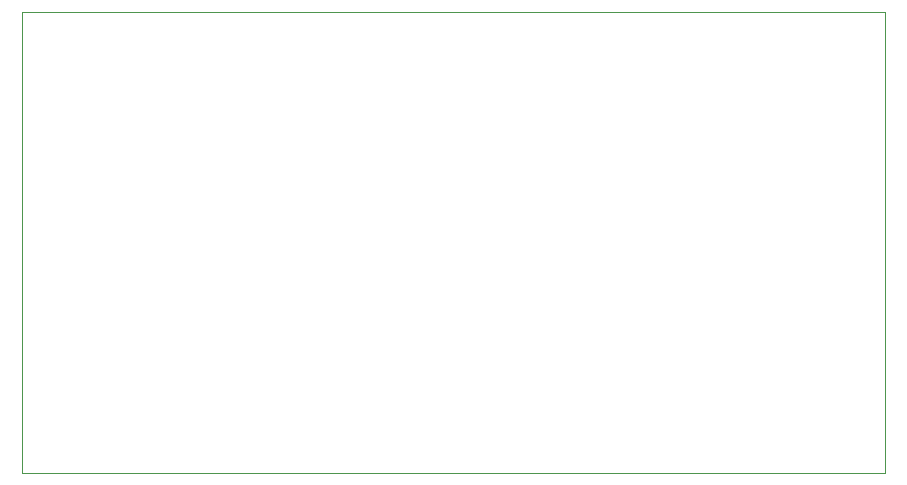
<source format=gko>
G75*
%MOIN*%
%OFA0B0*%
%FSLAX25Y25*%
%IPPOS*%
%LPD*%
%AMOC8*
5,1,8,0,0,1.08239X$1,22.5*
%
%ADD10C,0.00492*%
D10*
X0003676Y0024473D02*
X0291078Y0024473D01*
X0291078Y0178017D01*
X0003676Y0178017D01*
X0003676Y0024473D01*
M02*

</source>
